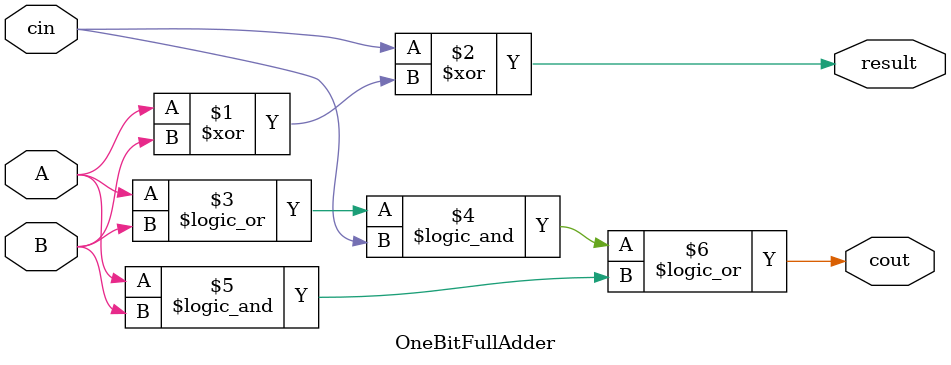
<source format=sv>
module OneBitFullAdder(input logic cin, input logic A,
								input logic B, output logic cout,
								output logic result);
 assign result = cin ^ (A ^ B);
 assign cout = ((A || B) && cin) || (A && B);				
endmodule 
</source>
